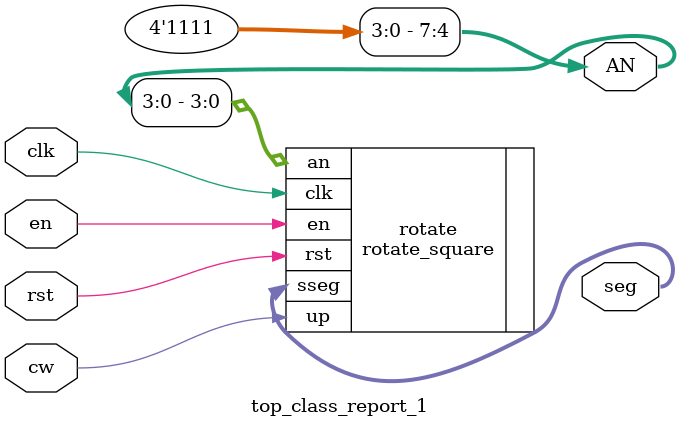
<source format=sv>
`timescale 1ns / 1ps


module top_class_report_1(
    input logic clk, 
    input logic en,
    input logic cw,
    input logic rst,
    output logic [7:0] AN,
    output logic [6:0] seg
    );

    assign AN[7:4] = 4'b1111;

    rotate_square rotate(
    .clk(clk),
    .rst(rst),
    .up(cw),
    .en(en),
    .an(AN[3:0]),
    .sseg(seg)
    );
endmodule

</source>
